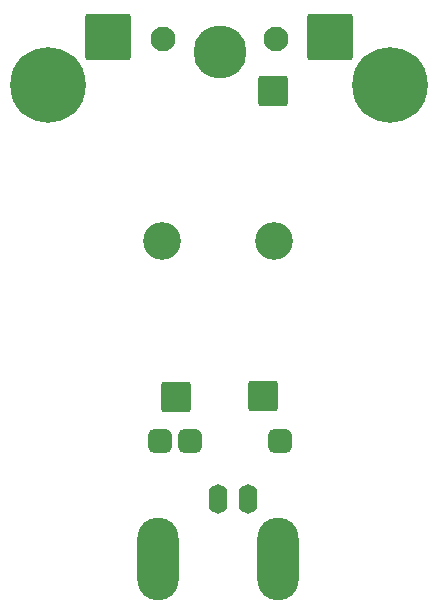
<source format=gbr>
%TF.GenerationSoftware,KiCad,Pcbnew,6.0.2+dfsg-1*%
%TF.CreationDate,2023-02-03T15:03:30+01:00*%
%TF.ProjectId,UnUn_BNC,556e556e-5f42-44e4-932e-6b696361645f,rev?*%
%TF.SameCoordinates,Original*%
%TF.FileFunction,Soldermask,Top*%
%TF.FilePolarity,Negative*%
%FSLAX46Y46*%
G04 Gerber Fmt 4.6, Leading zero omitted, Abs format (unit mm)*
G04 Created by KiCad (PCBNEW 6.0.2+dfsg-1) date 2023-02-03 15:03:30*
%MOMM*%
%LPD*%
G01*
G04 APERTURE LIST*
G04 Aperture macros list*
%AMRoundRect*
0 Rectangle with rounded corners*
0 $1 Rounding radius*
0 $2 $3 $4 $5 $6 $7 $8 $9 X,Y pos of 4 corners*
0 Add a 4 corners polygon primitive as box body*
4,1,4,$2,$3,$4,$5,$6,$7,$8,$9,$2,$3,0*
0 Add four circle primitives for the rounded corners*
1,1,$1+$1,$2,$3*
1,1,$1+$1,$4,$5*
1,1,$1+$1,$6,$7*
1,1,$1+$1,$8,$9*
0 Add four rect primitives between the rounded corners*
20,1,$1+$1,$2,$3,$4,$5,0*
20,1,$1+$1,$4,$5,$6,$7,0*
20,1,$1+$1,$6,$7,$8,$9,0*
20,1,$1+$1,$8,$9,$2,$3,0*%
G04 Aperture macros list end*
%ADD10C,3.200000*%
%ADD11RoundRect,0.249999X-1.025001X-1.025001X1.025001X-1.025001X1.025001X1.025001X-1.025001X1.025001X0*%
%ADD12RoundRect,0.250002X-1.699998X-1.699998X1.699998X-1.699998X1.699998X1.699998X-1.699998X1.699998X0*%
%ADD13O,1.600000X2.500000*%
%ADD14O,3.500000X7.000000*%
%ADD15C,4.500000*%
%ADD16C,2.100000*%
%ADD17C,6.400000*%
%ADD18RoundRect,0.500000X-0.500000X-0.500000X0.500000X-0.500000X0.500000X0.500000X-0.500000X0.500000X0*%
G04 APERTURE END LIST*
D10*
%TO.C,U2*%
X122275600Y-65532000D03*
X112776000Y-65532000D03*
X112776000Y-65532000D03*
X122275600Y-65532000D03*
D11*
X121302000Y-78632000D03*
X113902000Y-78732000D03*
X122123200Y-52832000D03*
%TD*%
D12*
%TO.C,J5*%
X108204000Y-48260000D03*
%TD*%
D13*
%TO.C,J1*%
X117525000Y-87375000D03*
D14*
X122605000Y-92455000D03*
D13*
X120065000Y-87375000D03*
D14*
X112445000Y-92455000D03*
%TD*%
D15*
%TO.C,H5*%
X117678200Y-49530000D03*
%TD*%
D12*
%TO.C,J3*%
X127000000Y-48260000D03*
%TD*%
D16*
%TO.C,H4*%
X112801400Y-48387000D03*
%TD*%
D17*
%TO.C,H2*%
X103124000Y-52324000D03*
%TD*%
D18*
%TO.C,C1*%
X115135000Y-82425000D03*
X112595000Y-82425000D03*
X122755000Y-82425000D03*
%TD*%
D16*
%TO.C,H3*%
X122402600Y-48387000D03*
%TD*%
D17*
%TO.C,H1*%
X132080000Y-52324000D03*
%TD*%
M02*

</source>
